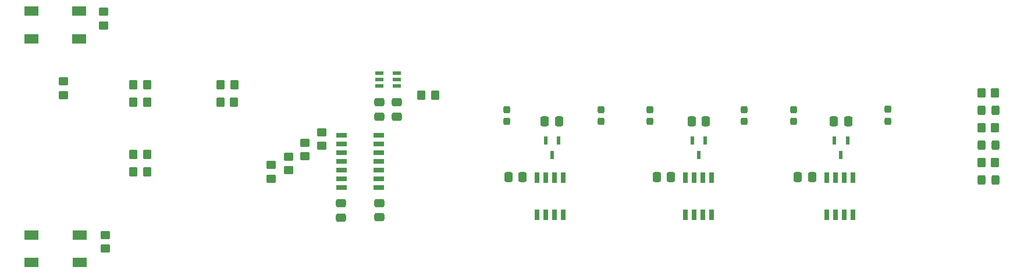
<source format=gtp>
G04 #@! TF.GenerationSoftware,KiCad,Pcbnew,(6.0.6)*
G04 #@! TF.CreationDate,2023-01-03T01:07:17+09:00*
G04 #@! TF.ProjectId,mt_reflowcnt,6d745f72-6566-46c6-9f77-636e742e6b69,rev?*
G04 #@! TF.SameCoordinates,Original*
G04 #@! TF.FileFunction,Paste,Top*
G04 #@! TF.FilePolarity,Positive*
%FSLAX46Y46*%
G04 Gerber Fmt 4.6, Leading zero omitted, Abs format (unit mm)*
G04 Created by KiCad (PCBNEW (6.0.6)) date 2023-01-03 01:07:17*
%MOMM*%
%LPD*%
G01*
G04 APERTURE LIST*
G04 Aperture macros list*
%AMRoundRect*
0 Rectangle with rounded corners*
0 $1 Rounding radius*
0 $2 $3 $4 $5 $6 $7 $8 $9 X,Y pos of 4 corners*
0 Add a 4 corners polygon primitive as box body*
4,1,4,$2,$3,$4,$5,$6,$7,$8,$9,$2,$3,0*
0 Add four circle primitives for the rounded corners*
1,1,$1+$1,$2,$3*
1,1,$1+$1,$4,$5*
1,1,$1+$1,$6,$7*
1,1,$1+$1,$8,$9*
0 Add four rect primitives between the rounded corners*
20,1,$1+$1,$2,$3,$4,$5,0*
20,1,$1+$1,$4,$5,$6,$7,0*
20,1,$1+$1,$6,$7,$8,$9,0*
20,1,$1+$1,$8,$9,$2,$3,0*%
G04 Aperture macros list end*
%ADD10R,2.000000X1.400000*%
%ADD11R,1.200000X0.600000*%
%ADD12R,0.650000X1.525000*%
%ADD13RoundRect,0.250000X-0.450000X0.350000X-0.450000X-0.350000X0.450000X-0.350000X0.450000X0.350000X0*%
%ADD14RoundRect,0.250000X0.325000X0.450000X-0.325000X0.450000X-0.325000X-0.450000X0.325000X-0.450000X0*%
%ADD15RoundRect,0.250000X0.337500X0.475000X-0.337500X0.475000X-0.337500X-0.475000X0.337500X-0.475000X0*%
%ADD16RoundRect,0.250000X0.350000X0.450000X-0.350000X0.450000X-0.350000X-0.450000X0.350000X-0.450000X0*%
%ADD17RoundRect,0.237500X0.237500X-0.287500X0.237500X0.287500X-0.237500X0.287500X-0.237500X-0.287500X0*%
%ADD18RoundRect,0.250000X0.450000X-0.350000X0.450000X0.350000X-0.450000X0.350000X-0.450000X-0.350000X0*%
%ADD19RoundRect,0.250000X-0.475000X0.337500X-0.475000X-0.337500X0.475000X-0.337500X0.475000X0.337500X0*%
%ADD20RoundRect,0.250000X-0.350000X-0.450000X0.350000X-0.450000X0.350000X0.450000X-0.350000X0.450000X0*%
%ADD21R,0.600000X1.250000*%
%ADD22R,1.525000X0.650000*%
G04 APERTURE END LIST*
D10*
G04 #@! TO.C,S2*
X114711600Y-81083400D03*
X121711600Y-81083400D03*
X114711600Y-85083400D03*
X121711600Y-85083400D03*
G04 #@! TD*
D11*
G04 #@! TO.C,IC2*
X167874000Y-92009000D03*
X167874000Y-91059000D03*
X167874000Y-90109000D03*
X165374000Y-90109000D03*
X165374000Y-91059000D03*
X165374000Y-92009000D03*
G04 #@! TD*
D12*
G04 #@! TO.C,IC5*
X234315000Y-105365000D03*
X233045000Y-105365000D03*
X231775000Y-105365000D03*
X230505000Y-105365000D03*
X230505000Y-110789000D03*
X231775000Y-110789000D03*
X233045000Y-110789000D03*
X234315000Y-110789000D03*
G04 #@! TD*
D13*
G04 #@! TO.C,R16*
X154559000Y-100235000D03*
X154559000Y-102235000D03*
G04 #@! TD*
G04 #@! TO.C,R14*
X149606000Y-103521000D03*
X149606000Y-105521000D03*
G04 #@! TD*
D14*
G04 #@! TO.C,D3*
X255034000Y-105664000D03*
X252984000Y-105664000D03*
G04 #@! TD*
D12*
G04 #@! TO.C,IC4*
X213741000Y-105365000D03*
X212471000Y-105365000D03*
X211201000Y-105365000D03*
X209931000Y-105365000D03*
X209931000Y-110789000D03*
X211201000Y-110789000D03*
X212471000Y-110789000D03*
X213741000Y-110789000D03*
G04 #@! TD*
D15*
G04 #@! TO.C,C6*
X207793500Y-105283000D03*
X205718500Y-105283000D03*
G04 #@! TD*
D16*
G04 #@! TO.C,R18*
X173466000Y-93345000D03*
X171466000Y-93345000D03*
G04 #@! TD*
G04 #@! TO.C,R5*
X254984000Y-103124000D03*
X252984000Y-103124000D03*
G04 #@! TD*
G04 #@! TO.C,R9*
X131556000Y-94361000D03*
X129556000Y-94361000D03*
G04 #@! TD*
G04 #@! TO.C,R2*
X254984000Y-92964000D03*
X252984000Y-92964000D03*
G04 #@! TD*
D13*
G04 #@! TO.C,R15*
X152146000Y-102267000D03*
X152146000Y-104267000D03*
G04 #@! TD*
D16*
G04 #@! TO.C,R6*
X131572000Y-104521000D03*
X129572000Y-104521000D03*
G04 #@! TD*
D13*
G04 #@! TO.C,R17*
X156972000Y-98711000D03*
X156972000Y-100711000D03*
G04 #@! TD*
D14*
G04 #@! TO.C,D2*
X255034000Y-100584000D03*
X252984000Y-100584000D03*
G04 #@! TD*
D17*
G04 #@! TO.C,L3*
X204724000Y-97155000D03*
X204724000Y-95405000D03*
G04 #@! TD*
D18*
G04 #@! TO.C,R13*
X125222000Y-83153000D03*
X125222000Y-81153000D03*
G04 #@! TD*
D19*
G04 #@! TO.C,C4*
X167894000Y-94361000D03*
X167894000Y-96436000D03*
G04 #@! TD*
D20*
G04 #@! TO.C,R10*
X142256000Y-91821000D03*
X144256000Y-91821000D03*
G04 #@! TD*
D21*
G04 #@! TO.C,IC8*
X233492000Y-99915000D03*
X231582000Y-99915000D03*
X232537000Y-102015000D03*
G04 #@! TD*
D17*
G04 #@! TO.C,L2*
X197612000Y-97155000D03*
X197612000Y-95405000D03*
G04 #@! TD*
D16*
G04 #@! TO.C,R7*
X131556000Y-101981000D03*
X129556000Y-101981000D03*
G04 #@! TD*
D22*
G04 #@! TO.C,IC1*
X165272000Y-106807000D03*
X165272000Y-105537000D03*
X165272000Y-104267000D03*
X165272000Y-102997000D03*
X165272000Y-101727000D03*
X165272000Y-100457000D03*
X165272000Y-99187000D03*
X159848000Y-99187000D03*
X159848000Y-100457000D03*
X159848000Y-101727000D03*
X159848000Y-102997000D03*
X159848000Y-104267000D03*
X159848000Y-105537000D03*
X159848000Y-106807000D03*
G04 #@! TD*
D17*
G04 #@! TO.C,L6*
X239395000Y-97141000D03*
X239395000Y-95391000D03*
G04 #@! TD*
D10*
G04 #@! TO.C,S1*
X114762400Y-113747800D03*
X121762400Y-113747800D03*
X114762400Y-117747800D03*
X121762400Y-117747800D03*
G04 #@! TD*
D21*
G04 #@! TO.C,IC6*
X191455000Y-99915000D03*
X189545000Y-99915000D03*
X190500000Y-102015000D03*
G04 #@! TD*
D16*
G04 #@! TO.C,R11*
X131556000Y-91821000D03*
X129556000Y-91821000D03*
G04 #@! TD*
D19*
G04 #@! TO.C,C3*
X165354000Y-109050000D03*
X165354000Y-111125000D03*
G04 #@! TD*
D16*
G04 #@! TO.C,R4*
X254984000Y-98044000D03*
X252984000Y-98044000D03*
G04 #@! TD*
D14*
G04 #@! TO.C,D1*
X255034000Y-95504000D03*
X252984000Y-95504000D03*
G04 #@! TD*
D18*
G04 #@! TO.C,R12*
X125476000Y-115697000D03*
X125476000Y-113697000D03*
G04 #@! TD*
D15*
G04 #@! TO.C,C8*
X191516000Y-97155000D03*
X189441000Y-97155000D03*
G04 #@! TD*
G04 #@! TO.C,C7*
X228346000Y-105283000D03*
X226271000Y-105283000D03*
G04 #@! TD*
D20*
G04 #@! TO.C,R8*
X142240000Y-94361000D03*
X144240000Y-94361000D03*
G04 #@! TD*
D21*
G04 #@! TO.C,IC7*
X212791000Y-99915000D03*
X210881000Y-99915000D03*
X211836000Y-102015000D03*
G04 #@! TD*
D17*
G04 #@! TO.C,L4*
X218440000Y-97155000D03*
X218440000Y-95405000D03*
G04 #@! TD*
D15*
G04 #@! TO.C,C10*
X233596000Y-97155000D03*
X231521000Y-97155000D03*
G04 #@! TD*
D19*
G04 #@! TO.C,C1*
X159766000Y-109093000D03*
X159766000Y-111168000D03*
G04 #@! TD*
D15*
G04 #@! TO.C,C9*
X212873500Y-97155000D03*
X210798500Y-97155000D03*
G04 #@! TD*
D19*
G04 #@! TO.C,C2*
X165354000Y-94339500D03*
X165354000Y-96414500D03*
G04 #@! TD*
D15*
G04 #@! TO.C,C5*
X186203500Y-105283000D03*
X184128500Y-105283000D03*
G04 #@! TD*
D17*
G04 #@! TO.C,L5*
X225679000Y-97155000D03*
X225679000Y-95405000D03*
G04 #@! TD*
D13*
G04 #@! TO.C,R1*
X119380000Y-91329000D03*
X119380000Y-93329000D03*
G04 #@! TD*
D17*
G04 #@! TO.C,L1*
X183896000Y-97155000D03*
X183896000Y-95405000D03*
G04 #@! TD*
D12*
G04 #@! TO.C,IC3*
X192151000Y-105365000D03*
X190881000Y-105365000D03*
X189611000Y-105365000D03*
X188341000Y-105365000D03*
X188341000Y-110789000D03*
X189611000Y-110789000D03*
X190881000Y-110789000D03*
X192151000Y-110789000D03*
G04 #@! TD*
M02*

</source>
